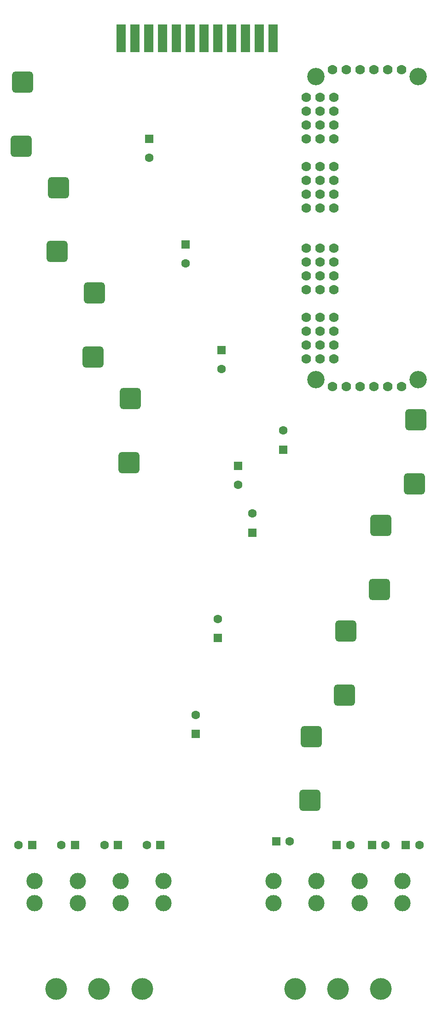
<source format=gbr>
%TF.GenerationSoftware,KiCad,Pcbnew,7.0.8*%
%TF.CreationDate,2023-10-09T09:06:24+01:00*%
%TF.ProjectId,CCC_rig_driver,4343435f-7269-4675-9f64-72697665722e,rev?*%
%TF.SameCoordinates,Original*%
%TF.FileFunction,Soldermask,Bot*%
%TF.FilePolarity,Negative*%
%FSLAX46Y46*%
G04 Gerber Fmt 4.6, Leading zero omitted, Abs format (unit mm)*
G04 Created by KiCad (PCBNEW 7.0.8) date 2023-10-09 09:06:24*
%MOMM*%
%LPD*%
G01*
G04 APERTURE LIST*
G04 Aperture macros list*
%AMRoundRect*
0 Rectangle with rounded corners*
0 $1 Rounding radius*
0 $2 $3 $4 $5 $6 $7 $8 $9 X,Y pos of 4 corners*
0 Add a 4 corners polygon primitive as box body*
4,1,4,$2,$3,$4,$5,$6,$7,$8,$9,$2,$3,0*
0 Add four circle primitives for the rounded corners*
1,1,$1+$1,$2,$3*
1,1,$1+$1,$4,$5*
1,1,$1+$1,$6,$7*
1,1,$1+$1,$8,$9*
0 Add four rect primitives between the rounded corners*
20,1,$1+$1,$2,$3,$4,$5,0*
20,1,$1+$1,$4,$5,$6,$7,0*
20,1,$1+$1,$6,$7,$8,$9,0*
20,1,$1+$1,$8,$9,$2,$3,0*%
G04 Aperture macros list end*
%ADD10C,4.000000*%
%ADD11C,3.000000*%
%ADD12R,1.651000X5.080000*%
%ADD13RoundRect,0.639769X-1.310231X-1.310231X1.310231X-1.310231X1.310231X1.310231X-1.310231X1.310231X0*%
%ADD14R,1.600000X1.600000*%
%ADD15C,1.600000*%
%ADD16RoundRect,0.639769X1.310231X1.310231X-1.310231X1.310231X-1.310231X-1.310231X1.310231X-1.310231X0*%
%ADD17C,1.778000*%
%ADD18C,3.200000*%
G04 APERTURE END LIST*
D10*
%TO.C,J12*%
X66049700Y-190614000D03*
X73949700Y-190614000D03*
X81849700Y-190614000D03*
D11*
X62099700Y-170814000D03*
X62099700Y-174914000D03*
X69999700Y-170814000D03*
X69999700Y-174914000D03*
X77899700Y-170814000D03*
X77899700Y-174914000D03*
X85799700Y-170814000D03*
X85799700Y-174914000D03*
%TD*%
D10*
%TO.C,J7*%
X22145700Y-190614000D03*
X30045700Y-190614000D03*
X37945700Y-190614000D03*
D11*
X18195700Y-170814000D03*
X18195700Y-174914000D03*
X26095700Y-170814000D03*
X26095700Y-174914000D03*
X33995700Y-170814000D03*
X33995700Y-174914000D03*
X41895700Y-170814000D03*
X41895700Y-174914000D03*
%TD*%
D12*
%TO.C,J6*%
X61970000Y-16160200D03*
X59430000Y-16160200D03*
X56890000Y-16160200D03*
X54350000Y-16160200D03*
X51810000Y-16160200D03*
X49270000Y-16160200D03*
X46730000Y-16160200D03*
X44190000Y-16160200D03*
X41650000Y-16160200D03*
X39110000Y-16160200D03*
X36570000Y-16160200D03*
X34030000Y-16160200D03*
%TD*%
D13*
%TO.C,IC10*%
X81831000Y-105576500D03*
X81581000Y-117326500D03*
%TD*%
D14*
%TO.C,C24*%
X52504700Y-73355500D03*
D15*
X52504700Y-76855500D03*
%TD*%
D14*
%TO.C,C9*%
X62594888Y-163600000D03*
D15*
X65094888Y-163600000D03*
%TD*%
D14*
%TO.C,C10*%
X73694888Y-164200000D03*
D15*
X76194888Y-164200000D03*
%TD*%
D16*
%TO.C,IC6*%
X28904700Y-74668000D03*
X29154700Y-62918000D03*
%TD*%
D14*
%TO.C,C29*%
X63900000Y-91652700D03*
D15*
X63900000Y-88152700D03*
%TD*%
D14*
%TO.C,C25*%
X55600000Y-94647300D03*
D15*
X55600000Y-98147300D03*
%TD*%
D13*
%TO.C,IC9*%
X75414400Y-124941700D03*
X75164400Y-136691700D03*
%TD*%
D16*
%TO.C,IC5*%
X22286100Y-55302800D03*
X22536100Y-43552800D03*
%TD*%
D13*
%TO.C,IC11*%
X88247700Y-86211300D03*
X87997700Y-97961300D03*
%TD*%
D14*
%TO.C,C1*%
X17705100Y-164200000D03*
D15*
X15205100Y-164200000D03*
%TD*%
D14*
%TO.C,C4*%
X41305113Y-164200000D03*
D15*
X38805113Y-164200000D03*
%TD*%
D16*
%TO.C,IC7*%
X35523300Y-94033200D03*
X35773300Y-82283200D03*
%TD*%
%TO.C,IC4*%
X15667500Y-35937600D03*
X15917500Y-24187600D03*
%TD*%
D14*
%TO.C,C26*%
X47800000Y-143852700D03*
D15*
X47800000Y-140352700D03*
%TD*%
D14*
%TO.C,C2*%
X25605100Y-164200000D03*
D15*
X23105100Y-164200000D03*
%TD*%
D14*
%TO.C,C27*%
X51814400Y-126254200D03*
D15*
X51814400Y-122754200D03*
%TD*%
D14*
%TO.C,C22*%
X39267500Y-34625100D03*
D15*
X39267500Y-38125100D03*
%TD*%
D14*
%TO.C,C11*%
X80194888Y-164200000D03*
D15*
X82694888Y-164200000D03*
%TD*%
D14*
%TO.C,C3*%
X33505100Y-164200000D03*
D15*
X31005100Y-164200000D03*
%TD*%
D14*
%TO.C,C12*%
X86394900Y-164200000D03*
D15*
X88894900Y-164200000D03*
%TD*%
D13*
%TO.C,IC8*%
X68997700Y-144306900D03*
X68747700Y-156056900D03*
%TD*%
D17*
%TO.C,U2*%
X73151700Y-26991000D03*
X73151700Y-29531000D03*
X73151700Y-32071000D03*
X73151700Y-34611000D03*
X73151700Y-39691000D03*
X73151700Y-42231000D03*
X73151700Y-44771000D03*
X73151700Y-47311000D03*
X73151700Y-54677000D03*
X73151700Y-57217000D03*
X73151700Y-59757000D03*
X73151700Y-62297000D03*
X73151700Y-67377000D03*
X73151700Y-69917000D03*
X73151700Y-72457000D03*
X73151700Y-74997000D03*
X85597700Y-21911000D03*
X85597700Y-80077000D03*
X68071700Y-26991000D03*
X68071700Y-29531000D03*
X68071700Y-32071000D03*
X68071700Y-34611000D03*
X68071700Y-39691000D03*
X68071700Y-42231000D03*
X68071700Y-44771000D03*
X68071700Y-47311000D03*
X68071700Y-54677000D03*
X68071700Y-57217000D03*
X68071700Y-59757000D03*
X68071700Y-62297000D03*
X68071700Y-67377000D03*
X68071700Y-69917000D03*
X68071700Y-72457000D03*
X68071700Y-74997000D03*
X83057700Y-21911000D03*
X83057700Y-80077000D03*
D18*
X88645700Y-23181000D03*
X88645700Y-78807000D03*
X69849700Y-23181000D03*
X69849700Y-78807000D03*
D17*
X80517700Y-21911000D03*
X80517700Y-80077000D03*
X77977700Y-21911000D03*
X77977700Y-80077000D03*
X72897700Y-21911000D03*
X72897700Y-80077000D03*
X70611700Y-26991000D03*
X70611700Y-29531000D03*
X70611700Y-32071000D03*
X70611700Y-34611000D03*
X70611700Y-39691000D03*
X70611700Y-42231000D03*
X70611700Y-44771000D03*
X70611700Y-47311000D03*
X70611700Y-54677000D03*
X70611700Y-57217000D03*
X70611700Y-59757000D03*
X70611700Y-62297000D03*
X70611700Y-67377000D03*
X70611700Y-69917000D03*
X70611700Y-72457000D03*
X70611700Y-74997000D03*
X75437700Y-21911000D03*
X75437700Y-80077000D03*
%TD*%
D14*
%TO.C,C23*%
X45886100Y-53990300D03*
D15*
X45886100Y-57490300D03*
%TD*%
D14*
%TO.C,C28*%
X58231000Y-106889000D03*
D15*
X58231000Y-103389000D03*
%TD*%
M02*

</source>
